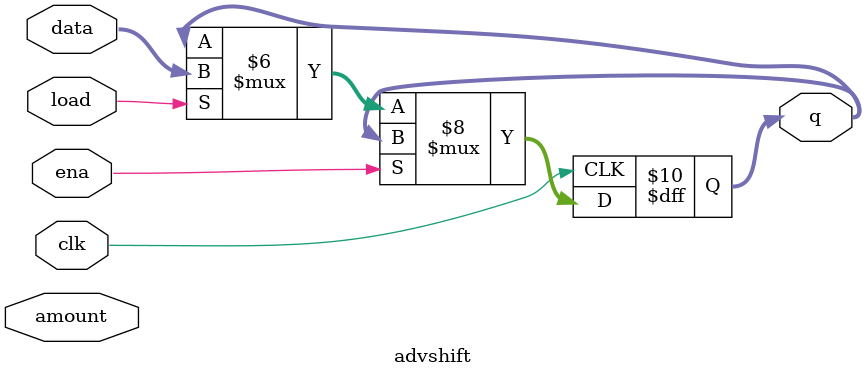
<source format=v>
module advshift(input clk,
input load,
input ena,
input [1:0] amount,
input [63:0] data,
output reg [63:0] q); 
// when load is high, assign data[63:0] to shift register q.
// if ena is high, shift q.
// amount: Chooses which direction and how much to shift.
// 2'b00: shift left by 1 bit.
// 2'b01: shift left by 8 bits.
// 2'b10: shift right by 1 bit.
// 2'b11: shift right by 8 bits.

	always @ (posedge clk)
	begin
	 if(load) begin
	 	q <= data;
	 end
	 if(ena) begin
	 	case(amount)
	 	2'b00: q <= q << 1;
	 	2'b01: q <= q << 8;
	 	2'b10: q <= q >> 1;
	 	2'b11: q <= q >> 8;
	 	endcase
	 	q <= q;
	 end
	end 
endmodule

</source>
